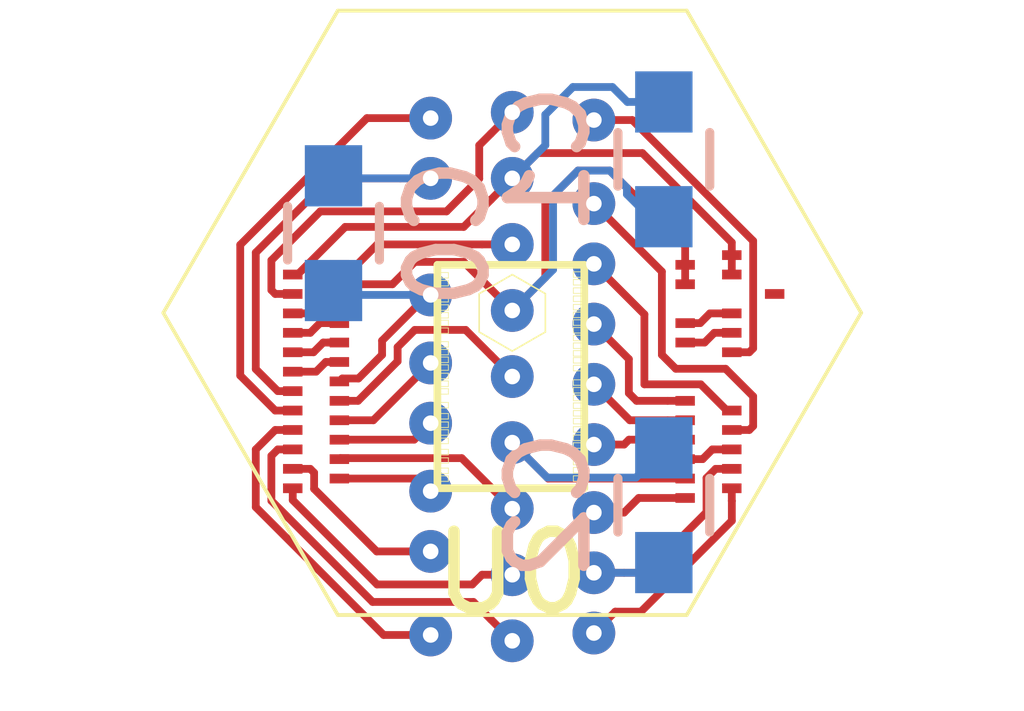
<source format=kicad_pcb>
(kicad_pcb (version 20170123) (host pcbnew "(2017-07-14 revision d3b382c28)-master")

  (general
    (thickness 1.92024)
    (drawings 0)
    (tracks 205)
    (zones 0)
    (modules 4)
    (nets 32)
  )

  (page USLetter)
  (title_block
    (title "Topmetal-S sensor")
    (date 2017-04-12)
    (rev 0)
    (company LBNL)
  )

  (layers
    (0 F.Cu signal)
    (1 In1.Cu signal)
    (2 In2.Cu signal)
    (3 In3.Cu signal)
    (4 In4.Cu signal)
    (5 In5.Cu signal)
    (6 In6.Cu signal)
    (7 In7.Cu signal)
    (8 In8.Cu signal)
    (9 In9.Cu signal)
    (10 In10.Cu signal)
    (11 In11.Cu signal)
    (12 In12.Cu signal)
    (13 In13.Cu signal)
    (14 In14.Cu signal)
    (31 B.Cu signal)
    (32 B.Adhes user)
    (33 F.Adhes user)
    (34 B.Paste user)
    (35 F.Paste user)
    (36 B.SilkS user)
    (37 F.SilkS user)
    (38 B.Mask user)
    (39 F.Mask user)
    (40 Dwgs.User user)
    (41 Cmts.User user)
    (42 Eco1.User user)
    (43 Eco2.User user)
    (44 Edge.Cuts user)
    (45 Margin user)
    (46 B.CrtYd user)
    (47 F.CrtYd user)
    (48 B.Fab user)
    (49 F.Fab user)
  )

  (setup
    (last_trace_width 0.1016)
    (user_trace_width 0.1016)
    (user_trace_width 0.1524)
    (user_trace_width 0.2032)
    (trace_clearance 0.1016)
    (zone_clearance 0.1016)
    (zone_45_only no)
    (trace_min 0.1016)
    (segment_width 0.2)
    (edge_width 0.15)
    (via_size 0.5588)
    (via_drill 0.2032)
    (via_min_size 0.5588)
    (via_min_drill 0.2032)
    (user_via 0.5588 0.2032)
    (user_via 0.7112 0.3556)
    (user_via 0.8636 0.508)
    (uvia_size 0.3048)
    (uvia_drill 0.1016)
    (uvias_allowed no)
    (uvia_min_size 0)
    (uvia_min_drill 0)
    (pcb_text_width 0.3)
    (pcb_text_size 1.5 1.5)
    (mod_edge_width 0.15)
    (mod_text_size 1 1)
    (mod_text_width 0.15)
    (pad_size 1.2 0.9)
    (pad_drill 0)
    (pad_to_mask_clearance 0.2)
    (aux_axis_origin 0 0)
    (visible_elements FFFFFF7F)
    (pcbplotparams
      (layerselection 0x00030_80000001)
      (usegerberextensions false)
      (excludeedgelayer true)
      (linewidth 0.100000)
      (plotframeref false)
      (viasonmask false)
      (mode 1)
      (useauxorigin false)
      (hpglpennumber 1)
      (hpglpenspeed 20)
      (hpglpendiameter 15)
      (psnegative false)
      (psa4output false)
      (plotreference true)
      (plotvalue true)
      (plotinvisibletext false)
      (padsonsilk false)
      (subtractmaskfromsilk false)
      (outputformat 1)
      (mirror false)
      (drillshape 1)
      (scaleselection 1)
      (outputdirectory ""))
  )

  (net 0 "")
  (net 1 /Gring)
  (net 2 /AVDD)
  (net 3 /AGND)
  (net 4 /GND_NMOSI)
  (net 5 /CSA_VREF_{})
  (net 6 /CSA_VDIS_{})
  (net 7 /VCASN_{})
  (net 8 /VCASP_{})
  (net 9 /DVDD)
  (net 10 /DGND)
  (net 11 /LVDS_VREF)
  (net 12 /RESET)
  (net 13 /SDM_OUT2_{}_P)
  (net 14 /SDM_OUT2_{}_N)
  (net 15 /SDM_OUT1_{}_N)
  (net 16 /SDM_OUT1_{}_P)
  (net 17 /CLK_N)
  (net 18 /CLK_P)
  (net 19 /SCK_{})
  (net 20 /SDO_{})
  (net 21 /CSA_VBIASP_{})
  (net 22 /CSA_VBIASN_{})
  (net 23 /DAC_BufferX2_VREF)
  (net 24 /SDM_testIN)
  (net 25 /Ref2)
  (net 26 /Ref1)
  (net 27 /Ref3)
  (net 28 /GND_VREF)
  (net 29 /SDM_BIAS_{})
  (net 30 /SDM_VDD_Shield)
  (net 31 /AOUT1_CSA_{})

  (net_class Default "This is the default net class."
    (clearance 0.1016)
    (trace_width 0.1016)
    (via_dia 0.5588)
    (via_drill 0.2032)
    (uvia_dia 0.3048)
    (uvia_drill 0.1016)
    (diff_pair_gap 0.1778)
    (diff_pair_width 0.1016)
    (add_net /AGND)
    (add_net /AOUT1_CSA_{})
    (add_net /AVDD)
    (add_net /CLK_N)
    (add_net /CLK_P)
    (add_net /CSA_VBIASN_{})
    (add_net /CSA_VBIASP_{})
    (add_net /CSA_VDIS_{})
    (add_net /CSA_VREF_{})
    (add_net /DAC_BufferX2_VREF)
    (add_net /DGND)
    (add_net /DVDD)
    (add_net /GND_NMOSI)
    (add_net /GND_VREF)
    (add_net /Gring)
    (add_net /LVDS_VREF)
    (add_net /RESET)
    (add_net /Ref1)
    (add_net /Ref2)
    (add_net /Ref3)
    (add_net /SCK_{})
    (add_net /SDM_BIAS_{})
    (add_net /SDM_OUT1_{}_N)
    (add_net /SDM_OUT1_{}_P)
    (add_net /SDM_OUT2_{}_N)
    (add_net /SDM_OUT2_{}_P)
    (add_net /SDM_VDD_Shield)
    (add_net /SDM_testIN)
    (add_net /SDO_{})
    (add_net /VCASN_{})
    (add_net /VCASP_{})
  )

  (module Topmetal:TMS1mmAout1or2 (layer F.Cu) (tedit 596969C2) (tstamp 596973C0)
    (at 139.7 107.95)
    (path /58EEFFC1)
    (fp_text reference U0 (at 0 3.4) (layer F.SilkS)
      (effects (font (size 1 1) (thickness 0.15)))
    )
    (fp_text value TMS1mmAout1or2 (at 0 0) (layer F.Fab)
      (effects (font (size 1 1) (thickness 0.15)))
    )
    (fp_line (start 2.28053 -3.95) (end 4.56107 0) (layer F.SilkS) (width 0.05))
    (fp_line (start -2.28053 -3.95) (end 2.28053 -3.95) (layer F.SilkS) (width 0.05))
    (fp_line (start -4.56107 0) (end -2.28053 -3.95) (layer F.SilkS) (width 0.05))
    (fp_line (start -2.28053 3.95) (end -4.56107 0) (layer F.SilkS) (width 0.05))
    (fp_line (start 2.28053 3.95) (end -2.28053 3.95) (layer F.SilkS) (width 0.05))
    (fp_line (start 4.56107 0) (end 2.28053 3.95) (layer F.SilkS) (width 0.05))
    (fp_line (start -0.978525 2.29282) (end -0.978525 -0.627175) (layer F.SilkS) (width 0.1))
    (fp_line (start 0.941475 2.29282) (end -0.978525 2.29282) (layer F.SilkS) (width 0.1))
    (fp_line (start 0.941475 -0.627175) (end 0.941475 2.29282) (layer F.SilkS) (width 0.1))
    (fp_line (start -0.978525 -0.627175) (end 0.941475 -0.627175) (layer F.SilkS) (width 0.1))
    (fp_line (start 0.433013 -0.25) (end 0.433013 0.25) (layer F.SilkS) (width 0.02))
    (fp_line (start 0 -0.5) (end 0.433013 -0.25) (layer F.SilkS) (width 0.02))
    (fp_line (start -0.433013 -0.25) (end 0 -0.5) (layer F.SilkS) (width 0.02))
    (fp_line (start -0.433013 0.25) (end -0.433013 -0.25) (layer F.SilkS) (width 0.02))
    (fp_line (start 0 0.5) (end -0.433013 0.25) (layer F.SilkS) (width 0.02))
    (fp_line (start 0.433013 0.25) (end 0 0.5) (layer F.SilkS) (width 0.02))
    (fp_line (start 0.798475 -0.464575) (end 0.798475 -0.536575) (layer F.SilkS) (width 0.01))
    (fp_line (start 0.914475 -0.464575) (end 0.798475 -0.464575) (layer F.SilkS) (width 0.01))
    (fp_line (start 0.914475 -0.536575) (end 0.914475 -0.464575) (layer F.SilkS) (width 0.01))
    (fp_line (start 0.798475 -0.536575) (end 0.914475 -0.536575) (layer F.SilkS) (width 0.01))
    (fp_line (start 0.798475 -0.363775) (end 0.798475 -0.435775) (layer F.SilkS) (width 0.01))
    (fp_line (start 0.914475 -0.363775) (end 0.798475 -0.363775) (layer F.SilkS) (width 0.01))
    (fp_line (start 0.914475 -0.435775) (end 0.914475 -0.363775) (layer F.SilkS) (width 0.01))
    (fp_line (start 0.798475 -0.435775) (end 0.914475 -0.435775) (layer F.SilkS) (width 0.01))
    (fp_line (start 0.798475 -0.254475) (end 0.798475 -0.326475) (layer F.SilkS) (width 0.01))
    (fp_line (start 0.914475 -0.254475) (end 0.798475 -0.254475) (layer F.SilkS) (width 0.01))
    (fp_line (start 0.914475 -0.326475) (end 0.914475 -0.254475) (layer F.SilkS) (width 0.01))
    (fp_line (start 0.798475 -0.326475) (end 0.914475 -0.326475) (layer F.SilkS) (width 0.01))
    (fp_line (start 0.798475 -0.147875) (end 0.798475 -0.219875) (layer F.SilkS) (width 0.01))
    (fp_line (start 0.914475 -0.147875) (end 0.798475 -0.147875) (layer F.SilkS) (width 0.01))
    (fp_line (start 0.914475 -0.219875) (end 0.914475 -0.147875) (layer F.SilkS) (width 0.01))
    (fp_line (start 0.798475 -0.219875) (end 0.914475 -0.219875) (layer F.SilkS) (width 0.01))
    (fp_line (start 0.798475 -0.038575) (end 0.798475 -0.110575) (layer F.SilkS) (width 0.01))
    (fp_line (start 0.914475 -0.038575) (end 0.798475 -0.038575) (layer F.SilkS) (width 0.01))
    (fp_line (start 0.914475 -0.110575) (end 0.914475 -0.038575) (layer F.SilkS) (width 0.01))
    (fp_line (start 0.798475 -0.110575) (end 0.914475 -0.110575) (layer F.SilkS) (width 0.01))
    (fp_line (start 0.798475 0.062225) (end 0.798475 -0.009775) (layer F.SilkS) (width 0.01))
    (fp_line (start 0.914475 0.062225) (end 0.798475 0.062225) (layer F.SilkS) (width 0.01))
    (fp_line (start 0.914475 -0.009775) (end 0.914475 0.062225) (layer F.SilkS) (width 0.01))
    (fp_line (start 0.798475 -0.009775) (end 0.914475 -0.009775) (layer F.SilkS) (width 0.01))
    (fp_line (start 0.798475 0.163025) (end 0.798475 0.091025) (layer F.SilkS) (width 0.01))
    (fp_line (start 0.914475 0.163025) (end 0.798475 0.163025) (layer F.SilkS) (width 0.01))
    (fp_line (start 0.914475 0.091025) (end 0.914475 0.163025) (layer F.SilkS) (width 0.01))
    (fp_line (start 0.798475 0.091025) (end 0.914475 0.091025) (layer F.SilkS) (width 0.01))
    (fp_line (start 0.798475 0.263825) (end 0.798475 0.191825) (layer F.SilkS) (width 0.01))
    (fp_line (start 0.914475 0.263825) (end 0.798475 0.263825) (layer F.SilkS) (width 0.01))
    (fp_line (start 0.914475 0.191825) (end 0.914475 0.263825) (layer F.SilkS) (width 0.01))
    (fp_line (start 0.798475 0.191825) (end 0.914475 0.191825) (layer F.SilkS) (width 0.01))
    (fp_line (start 0.798475 0.364625) (end 0.798475 0.292625) (layer F.SilkS) (width 0.01))
    (fp_line (start 0.914475 0.364625) (end 0.798475 0.364625) (layer F.SilkS) (width 0.01))
    (fp_line (start 0.914475 0.292625) (end 0.914475 0.364625) (layer F.SilkS) (width 0.01))
    (fp_line (start 0.798475 0.292625) (end 0.914475 0.292625) (layer F.SilkS) (width 0.01))
    (fp_line (start 0.798475 0.465425) (end 0.798475 0.393425) (layer F.SilkS) (width 0.01))
    (fp_line (start 0.914475 0.465425) (end 0.798475 0.465425) (layer F.SilkS) (width 0.01))
    (fp_line (start 0.914475 0.393425) (end 0.914475 0.465425) (layer F.SilkS) (width 0.01))
    (fp_line (start 0.798475 0.393425) (end 0.914475 0.393425) (layer F.SilkS) (width 0.01))
    (fp_line (start 0.798475 0.566225) (end 0.798475 0.494225) (layer F.SilkS) (width 0.01))
    (fp_line (start 0.914475 0.566225) (end 0.798475 0.566225) (layer F.SilkS) (width 0.01))
    (fp_line (start 0.914475 0.494225) (end 0.914475 0.566225) (layer F.SilkS) (width 0.01))
    (fp_line (start 0.798475 0.494225) (end 0.914475 0.494225) (layer F.SilkS) (width 0.01))
    (fp_line (start 0.798475 0.657025) (end 0.798475 0.585025) (layer F.SilkS) (width 0.01))
    (fp_line (start 0.914475 0.657025) (end 0.798475 0.657025) (layer F.SilkS) (width 0.01))
    (fp_line (start 0.914475 0.585025) (end 0.914475 0.657025) (layer F.SilkS) (width 0.01))
    (fp_line (start 0.798475 0.585025) (end 0.914475 0.585025) (layer F.SilkS) (width 0.01))
    (fp_line (start 0.798475 0.757825) (end 0.798475 0.685825) (layer F.SilkS) (width 0.01))
    (fp_line (start 0.914475 0.757825) (end 0.798475 0.757825) (layer F.SilkS) (width 0.01))
    (fp_line (start 0.914475 0.685825) (end 0.914475 0.757825) (layer F.SilkS) (width 0.01))
    (fp_line (start 0.798475 0.685825) (end 0.914475 0.685825) (layer F.SilkS) (width 0.01))
    (fp_line (start 0.798475 0.947025) (end 0.798475 0.875025) (layer F.SilkS) (width 0.01))
    (fp_line (start 0.914475 0.947025) (end 0.798475 0.947025) (layer F.SilkS) (width 0.01))
    (fp_line (start 0.914475 0.875025) (end 0.914475 0.947025) (layer F.SilkS) (width 0.01))
    (fp_line (start 0.798475 0.875025) (end 0.914475 0.875025) (layer F.SilkS) (width 0.01))
    (fp_line (start 0.798475 1.04783) (end 0.798475 0.975825) (layer F.SilkS) (width 0.01))
    (fp_line (start 0.914475 1.04783) (end 0.798475 1.04783) (layer F.SilkS) (width 0.01))
    (fp_line (start 0.914475 0.975825) (end 0.914475 1.04783) (layer F.SilkS) (width 0.01))
    (fp_line (start 0.798475 0.975825) (end 0.914475 0.975825) (layer F.SilkS) (width 0.01))
    (fp_line (start 0.798475 1.14863) (end 0.798475 1.07662) (layer F.SilkS) (width 0.01))
    (fp_line (start 0.914475 1.14863) (end 0.798475 1.14863) (layer F.SilkS) (width 0.01))
    (fp_line (start 0.914475 1.07662) (end 0.914475 1.14863) (layer F.SilkS) (width 0.01))
    (fp_line (start 0.798475 1.07662) (end 0.914475 1.07662) (layer F.SilkS) (width 0.01))
    (fp_line (start 0.798475 1.24943) (end 0.798475 1.17742) (layer F.SilkS) (width 0.01))
    (fp_line (start 0.914475 1.24943) (end 0.798475 1.24943) (layer F.SilkS) (width 0.01))
    (fp_line (start 0.914475 1.17742) (end 0.914475 1.24943) (layer F.SilkS) (width 0.01))
    (fp_line (start 0.798475 1.17742) (end 0.914475 1.17742) (layer F.SilkS) (width 0.01))
    (fp_line (start 0.798475 1.35023) (end 0.798475 1.27822) (layer F.SilkS) (width 0.01))
    (fp_line (start 0.914475 1.35023) (end 0.798475 1.35023) (layer F.SilkS) (width 0.01))
    (fp_line (start 0.914475 1.27822) (end 0.914475 1.35023) (layer F.SilkS) (width 0.01))
    (fp_line (start 0.798475 1.27822) (end 0.914475 1.27822) (layer F.SilkS) (width 0.01))
    (fp_line (start 0.798475 1.45103) (end 0.798475 1.37903) (layer F.SilkS) (width 0.01))
    (fp_line (start 0.914475 1.45103) (end 0.798475 1.45103) (layer F.SilkS) (width 0.01))
    (fp_line (start 0.914475 1.37903) (end 0.914475 1.45103) (layer F.SilkS) (width 0.01))
    (fp_line (start 0.798475 1.37903) (end 0.914475 1.37903) (layer F.SilkS) (width 0.01))
    (fp_line (start 0.798475 1.56032) (end 0.798475 1.48832) (layer F.SilkS) (width 0.01))
    (fp_line (start 0.914475 1.56032) (end 0.798475 1.56032) (layer F.SilkS) (width 0.01))
    (fp_line (start 0.914475 1.48832) (end 0.914475 1.56032) (layer F.SilkS) (width 0.01))
    (fp_line (start 0.798475 1.48832) (end 0.914475 1.48832) (layer F.SilkS) (width 0.01))
    (fp_line (start 0.798475 1.66963) (end 0.798475 1.59763) (layer F.SilkS) (width 0.01))
    (fp_line (start 0.914475 1.66963) (end 0.798475 1.66963) (layer F.SilkS) (width 0.01))
    (fp_line (start 0.914475 1.59763) (end 0.914475 1.66963) (layer F.SilkS) (width 0.01))
    (fp_line (start 0.798475 1.59763) (end 0.914475 1.59763) (layer F.SilkS) (width 0.01))
    (fp_line (start 0.798475 1.77042) (end 0.798475 1.69842) (layer F.SilkS) (width 0.01))
    (fp_line (start 0.914475 1.77042) (end 0.798475 1.77042) (layer F.SilkS) (width 0.01))
    (fp_line (start 0.914475 1.69842) (end 0.914475 1.77042) (layer F.SilkS) (width 0.01))
    (fp_line (start 0.798475 1.69842) (end 0.914475 1.69842) (layer F.SilkS) (width 0.01))
    (fp_line (start 0.798475 1.87972) (end 0.798475 1.80772) (layer F.SilkS) (width 0.01))
    (fp_line (start 0.914475 1.87972) (end 0.798475 1.87972) (layer F.SilkS) (width 0.01))
    (fp_line (start 0.914475 1.80772) (end 0.914475 1.87972) (layer F.SilkS) (width 0.01))
    (fp_line (start 0.798475 1.80772) (end 0.914475 1.80772) (layer F.SilkS) (width 0.01))
    (fp_line (start 0.798475 1.98633) (end 0.798475 1.91433) (layer F.SilkS) (width 0.01))
    (fp_line (start 0.914475 1.98633) (end 0.798475 1.98633) (layer F.SilkS) (width 0.01))
    (fp_line (start 0.914475 1.91433) (end 0.914475 1.98633) (layer F.SilkS) (width 0.01))
    (fp_line (start 0.798475 1.91433) (end 0.914475 1.91433) (layer F.SilkS) (width 0.01))
    (fp_line (start 0.798475 2.09292) (end 0.798475 2.02092) (layer F.SilkS) (width 0.01))
    (fp_line (start 0.914475 2.09292) (end 0.798475 2.09292) (layer F.SilkS) (width 0.01))
    (fp_line (start 0.914475 2.02092) (end 0.914475 2.09292) (layer F.SilkS) (width 0.01))
    (fp_line (start 0.798475 2.02092) (end 0.914475 2.02092) (layer F.SilkS) (width 0.01))
    (fp_line (start 0.798475 2.20222) (end 0.798475 2.13022) (layer F.SilkS) (width 0.01))
    (fp_line (start 0.914475 2.20222) (end 0.798475 2.20222) (layer F.SilkS) (width 0.01))
    (fp_line (start 0.914475 2.13022) (end 0.914475 2.20222) (layer F.SilkS) (width 0.01))
    (fp_line (start 0.798475 2.13022) (end 0.914475 2.13022) (layer F.SilkS) (width 0.01))
    (fp_line (start -0.951525 2.20222) (end -0.951525 2.13022) (layer F.SilkS) (width 0.01))
    (fp_line (start -0.835525 2.20222) (end -0.951525 2.20222) (layer F.SilkS) (width 0.01))
    (fp_line (start -0.835525 2.13022) (end -0.835525 2.20222) (layer F.SilkS) (width 0.01))
    (fp_line (start -0.951525 2.13022) (end -0.835525 2.13022) (layer F.SilkS) (width 0.01))
    (fp_line (start -0.951525 2.10143) (end -0.951525 2.02943) (layer F.SilkS) (width 0.01))
    (fp_line (start -0.835525 2.10143) (end -0.951525 2.10143) (layer F.SilkS) (width 0.01))
    (fp_line (start -0.835525 2.02943) (end -0.835525 2.10143) (layer F.SilkS) (width 0.01))
    (fp_line (start -0.951525 2.02943) (end -0.835525 2.02943) (layer F.SilkS) (width 0.01))
    (fp_line (start -0.951525 1.96702) (end -0.951525 1.89502) (layer F.SilkS) (width 0.01))
    (fp_line (start -0.835525 1.96702) (end -0.951525 1.96702) (layer F.SilkS) (width 0.01))
    (fp_line (start -0.835525 1.89502) (end -0.835525 1.96702) (layer F.SilkS) (width 0.01))
    (fp_line (start -0.951525 1.89502) (end -0.835525 1.89502) (layer F.SilkS) (width 0.01))
    (fp_line (start -0.951525 1.85623) (end -0.951525 1.78422) (layer F.SilkS) (width 0.01))
    (fp_line (start -0.835525 1.85623) (end -0.951525 1.85623) (layer F.SilkS) (width 0.01))
    (fp_line (start -0.835525 1.78422) (end -0.835525 1.85623) (layer F.SilkS) (width 0.01))
    (fp_line (start -0.951525 1.78422) (end -0.835525 1.78422) (layer F.SilkS) (width 0.01))
    (fp_line (start -0.951525 1.71063) (end -0.951525 1.63862) (layer F.SilkS) (width 0.01))
    (fp_line (start -0.835525 1.71063) (end -0.951525 1.71063) (layer F.SilkS) (width 0.01))
    (fp_line (start -0.835525 1.63862) (end -0.835525 1.71063) (layer F.SilkS) (width 0.01))
    (fp_line (start -0.951525 1.63862) (end -0.835525 1.63862) (layer F.SilkS) (width 0.01))
    (fp_line (start -0.951525 1.59982) (end -0.951525 1.52782) (layer F.SilkS) (width 0.01))
    (fp_line (start -0.835525 1.59982) (end -0.951525 1.59982) (layer F.SilkS) (width 0.01))
    (fp_line (start -0.835525 1.52782) (end -0.835525 1.59982) (layer F.SilkS) (width 0.01))
    (fp_line (start -0.951525 1.52782) (end -0.835525 1.52782) (layer F.SilkS) (width 0.01))
    (fp_line (start -0.951525 1.49902) (end -0.951525 1.42702) (layer F.SilkS) (width 0.01))
    (fp_line (start -0.835525 1.49902) (end -0.951525 1.49902) (layer F.SilkS) (width 0.01))
    (fp_line (start -0.835525 1.42702) (end -0.835525 1.49902) (layer F.SilkS) (width 0.01))
    (fp_line (start -0.951525 1.42702) (end -0.835525 1.42702) (layer F.SilkS) (width 0.01))
    (fp_line (start -0.951525 1.38823) (end -0.951525 1.31622) (layer F.SilkS) (width 0.01))
    (fp_line (start -0.835525 1.38823) (end -0.951525 1.38823) (layer F.SilkS) (width 0.01))
    (fp_line (start -0.835525 1.31622) (end -0.835525 1.38823) (layer F.SilkS) (width 0.01))
    (fp_line (start -0.951525 1.31622) (end -0.835525 1.31622) (layer F.SilkS) (width 0.01))
    (fp_line (start -0.951525 1.24262) (end -0.951525 1.17062) (layer F.SilkS) (width 0.01))
    (fp_line (start -0.835525 1.24262) (end -0.951525 1.24262) (layer F.SilkS) (width 0.01))
    (fp_line (start -0.835525 1.17062) (end -0.835525 1.24262) (layer F.SilkS) (width 0.01))
    (fp_line (start -0.951525 1.17062) (end -0.835525 1.17062) (layer F.SilkS) (width 0.01))
    (fp_line (start -0.951525 1.06342) (end -0.951525 0.991425) (layer F.SilkS) (width 0.01))
    (fp_line (start -0.835525 1.06342) (end -0.951525 1.06342) (layer F.SilkS) (width 0.01))
    (fp_line (start -0.835525 0.991425) (end -0.835525 1.06342) (layer F.SilkS) (width 0.01))
    (fp_line (start -0.951525 0.991425) (end -0.835525 0.991425) (layer F.SilkS) (width 0.01))
    (fp_line (start -0.951525 0.962625) (end -0.951525 0.890625) (layer F.SilkS) (width 0.01))
    (fp_line (start -0.835525 0.962625) (end -0.951525 0.962625) (layer F.SilkS) (width 0.01))
    (fp_line (start -0.835525 0.890625) (end -0.835525 0.962625) (layer F.SilkS) (width 0.01))
    (fp_line (start -0.951525 0.890625) (end -0.835525 0.890625) (layer F.SilkS) (width 0.01))
    (fp_line (start -0.951525 0.861825) (end -0.951525 0.789825) (layer F.SilkS) (width 0.01))
    (fp_line (start -0.835525 0.861825) (end -0.951525 0.861825) (layer F.SilkS) (width 0.01))
    (fp_line (start -0.835525 0.789825) (end -0.835525 0.861825) (layer F.SilkS) (width 0.01))
    (fp_line (start -0.951525 0.789825) (end -0.835525 0.789825) (layer F.SilkS) (width 0.01))
    (fp_line (start -0.951525 0.750875) (end -0.951525 0.678875) (layer F.SilkS) (width 0.01))
    (fp_line (start -0.835525 0.750875) (end -0.951525 0.750875) (layer F.SilkS) (width 0.01))
    (fp_line (start -0.835525 0.678875) (end -0.835525 0.750875) (layer F.SilkS) (width 0.01))
    (fp_line (start -0.951525 0.678875) (end -0.835525 0.678875) (layer F.SilkS) (width 0.01))
    (fp_line (start -0.951525 0.650075) (end -0.951525 0.578075) (layer F.SilkS) (width 0.01))
    (fp_line (start -0.835525 0.650075) (end -0.951525 0.650075) (layer F.SilkS) (width 0.01))
    (fp_line (start -0.835525 0.578075) (end -0.835525 0.650075) (layer F.SilkS) (width 0.01))
    (fp_line (start -0.951525 0.578075) (end -0.835525 0.578075) (layer F.SilkS) (width 0.01))
    (fp_line (start -0.951525 0.549275) (end -0.951525 0.477275) (layer F.SilkS) (width 0.01))
    (fp_line (start -0.835525 0.549275) (end -0.951525 0.549275) (layer F.SilkS) (width 0.01))
    (fp_line (start -0.835525 0.477275) (end -0.835525 0.549275) (layer F.SilkS) (width 0.01))
    (fp_line (start -0.951525 0.477275) (end -0.835525 0.477275) (layer F.SilkS) (width 0.01))
    (fp_line (start -0.951525 0.448475) (end -0.951525 0.376475) (layer F.SilkS) (width 0.01))
    (fp_line (start -0.835525 0.448475) (end -0.951525 0.448475) (layer F.SilkS) (width 0.01))
    (fp_line (start -0.835525 0.376475) (end -0.835525 0.448475) (layer F.SilkS) (width 0.01))
    (fp_line (start -0.951525 0.376475) (end -0.835525 0.376475) (layer F.SilkS) (width 0.01))
    (fp_line (start -0.951525 0.269275) (end -0.951525 0.197275) (layer F.SilkS) (width 0.01))
    (fp_line (start -0.835525 0.269275) (end -0.951525 0.269275) (layer F.SilkS) (width 0.01))
    (fp_line (start -0.835525 0.197275) (end -0.835525 0.269275) (layer F.SilkS) (width 0.01))
    (fp_line (start -0.951525 0.197275) (end -0.835525 0.197275) (layer F.SilkS) (width 0.01))
    (fp_line (start -0.951525 0.168475) (end -0.951525 0.096475) (layer F.SilkS) (width 0.01))
    (fp_line (start -0.835525 0.168475) (end -0.951525 0.168475) (layer F.SilkS) (width 0.01))
    (fp_line (start -0.835525 0.096475) (end -0.835525 0.168475) (layer F.SilkS) (width 0.01))
    (fp_line (start -0.951525 0.096475) (end -0.835525 0.096475) (layer F.SilkS) (width 0.01))
    (fp_line (start -0.951525 0.067675) (end -0.951525 -0.004325) (layer F.SilkS) (width 0.01))
    (fp_line (start -0.835525 0.067675) (end -0.951525 0.067675) (layer F.SilkS) (width 0.01))
    (fp_line (start -0.835525 -0.004325) (end -0.835525 0.067675) (layer F.SilkS) (width 0.01))
    (fp_line (start -0.951525 -0.004325) (end -0.835525 -0.004325) (layer F.SilkS) (width 0.01))
    (fp_line (start -0.951525 -0.033125) (end -0.951525 -0.105125) (layer F.SilkS) (width 0.01))
    (fp_line (start -0.835525 -0.033125) (end -0.951525 -0.033125) (layer F.SilkS) (width 0.01))
    (fp_line (start -0.835525 -0.105125) (end -0.835525 -0.033125) (layer F.SilkS) (width 0.01))
    (fp_line (start -0.951525 -0.105125) (end -0.835525 -0.105125) (layer F.SilkS) (width 0.01))
    (fp_line (start -0.951525 -0.142425) (end -0.951525 -0.214425) (layer F.SilkS) (width 0.01))
    (fp_line (start -0.835525 -0.142425) (end -0.951525 -0.142425) (layer F.SilkS) (width 0.01))
    (fp_line (start -0.835525 -0.214425) (end -0.835525 -0.142425) (layer F.SilkS) (width 0.01))
    (fp_line (start -0.951525 -0.214425) (end -0.835525 -0.214425) (layer F.SilkS) (width 0.01))
    (fp_line (start -0.951525 -0.251725) (end -0.951525 -0.323725) (layer F.SilkS) (width 0.01))
    (fp_line (start -0.835525 -0.251725) (end -0.951525 -0.251725) (layer F.SilkS) (width 0.01))
    (fp_line (start -0.835525 -0.323725) (end -0.835525 -0.251725) (layer F.SilkS) (width 0.01))
    (fp_line (start -0.951525 -0.323725) (end -0.835525 -0.323725) (layer F.SilkS) (width 0.01))
    (fp_line (start -0.951525 -0.352525) (end -0.951525 -0.424525) (layer F.SilkS) (width 0.01))
    (fp_line (start -0.835525 -0.352525) (end -0.951525 -0.352525) (layer F.SilkS) (width 0.01))
    (fp_line (start -0.835525 -0.424525) (end -0.835525 -0.352525) (layer F.SilkS) (width 0.01))
    (fp_line (start -0.951525 -0.424525) (end -0.835525 -0.424525) (layer F.SilkS) (width 0.01))
    (fp_line (start -0.951525 -0.454575) (end -0.951525 -0.526575) (layer F.SilkS) (width 0.01))
    (fp_line (start -0.835525 -0.454575) (end -0.951525 -0.454575) (layer F.SilkS) (width 0.01))
    (fp_line (start -0.835525 -0.526575) (end -0.835525 -0.454575) (layer F.SilkS) (width 0.01))
    (fp_line (start -0.951525 -0.526575) (end -0.835525 -0.526575) (layer F.SilkS) (width 0.01))
    (pad 26 thru_hole circle (at 1.0668 4.18562) (size 0.5588 0.5588) (drill 0.2032) (layers *.Cu)
      (net 30 /SDM_VDD_Shield))
    (pad 28 thru_hole circle (at 1.0668 3.39823) (size 0.5588 0.5588) (drill 0.2032) (layers *.Cu)
      (net 3 /AGND))
    (pad 25 thru_hole circle (at 1.0668 2.61083) (size 0.5588 0.5588) (drill 0.2032) (layers *.Cu)
      (net 20 /SDO_{}))
    (pad 31 thru_hole circle (at 1.0668 1.72182) (size 0.5588 0.5588) (drill 0.2032) (layers *.Cu)
      (net 28 /GND_VREF))
    (pad 33 thru_hole circle (at 1.0668 0.934425) (size 0.5588 0.5588) (drill 0.2032) (layers *.Cu)
      (net 26 /Ref1))
    (pad 35 thru_hole circle (at 1.0668 0.147025) (size 0.5588 0.5588) (drill 0.2032) (layers *.Cu)
      (net 24 /SDM_testIN))
    (pad 34 thru_hole circle (at 1.0668 -0.640375) (size 0.5588 0.5588) (drill 0.2032) (layers *.Cu)
      (net 25 /Ref2))
    (pad 32 thru_hole circle (at 1.0668 -1.42777) (size 0.5588 0.5588) (drill 0.2032) (layers *.Cu)
      (net 27 /Ref3))
    (pad 40 thru_hole circle (at 1.0668 -2.51997) (size 0.5588 0.5588) (drill 0.2032) (layers *.Cu)
      (net 23 /DAC_BufferX2_VREF))
    (pad 20 thru_hole circle (at 0 4.28722) (size 0.5588 0.5588) (drill 0.2032) (layers *.Cu)
      (net 16 /SDM_OUT1_{}_P))
    (pad 24 thru_hole circle (at 0 3.42362) (size 0.5588 0.5588) (drill 0.2032) (layers *.Cu)
      (net 20 /SDO_{}))
    (pad 21 thru_hole circle (at 0 2.56002) (size 0.5588 0.5588) (drill 0.2032) (layers *.Cu)
      (net 17 /CLK_N))
    (pad 27 thru_hole circle (at 0 1.69642) (size 0.5588 0.5588) (drill 0.2032) (layers *.Cu)
      (net 2 /AVDD))
    (pad 15 thru_hole circle (at 0 0.832825) (size 0.5588 0.5588) (drill 0.2032) (layers *.Cu)
      (net 11 /LVDS_VREF))
    (pad 3 thru_hole circle (at 0 -0.030775) (size 0.5588 0.5588) (drill 0.2032) (layers *.Cu)
      (net 3 /AGND))
    (pad 1 thru_hole circle (at 0 -0.894375) (size 0.5588 0.5588) (drill 0.2032) (layers *.Cu)
      (net 1 /Gring))
    (pad 2 thru_hole circle (at 0 -1.75798) (size 0.5588 0.5588) (drill 0.2032) (layers *.Cu)
      (net 2 /AVDD))
    (pad 4 thru_hole circle (at 0 -2.62157) (size 0.5588 0.5588) (drill 0.2032) (layers *.Cu)
      (net 4 /GND_NMOSI))
    (pad 18 thru_hole circle (at -1.0668 4.21103) (size 0.5588 0.5588) (drill 0.2032) (layers *.Cu)
      (net 14 /SDM_OUT2_{}_N))
    (pad 22 thru_hole circle (at -1.0668 3.11883) (size 0.5588 0.5588) (drill 0.2032) (layers *.Cu)
      (net 18 /CLK_P))
    (pad 23 thru_hole circle (at -1.0668 2.33143) (size 0.5588 0.5588) (drill 0.2032) (layers *.Cu)
      (net 19 /SCK_{}))
    (pad 19 thru_hole circle (at -1.0668 1.44243) (size 0.5588 0.5588) (drill 0.2032) (layers *.Cu)
      (net 15 /SDM_OUT1_{}_N))
    (pad 17 thru_hole circle (at -1.0668 0.655025) (size 0.5588 0.5588) (drill 0.2032) (layers *.Cu)
      (net 13 /SDM_OUT2_{}_P))
    (pad 13 thru_hole circle (at -1.0668 -0.233975) (size 0.5588 0.5588) (drill 0.2032) (layers *.Cu)
      (net 9 /DVDD))
    (pad 14 thru_hole circle (at -1.0668 -1.75798) (size 0.5588 0.5588) (drill 0.2032) (layers *.Cu)
      (net 10 /DGND))
    (pad 16 thru_hole circle (at -1.0668 -2.54537) (size 0.5588 0.5588) (drill 0.2032) (layers *.Cu)
      (net 12 /RESET))
    (pad 25 smd rect (at 2.26 2.42033 90) (size 0.127 0.254) (layers F.Cu F.Mask)
      (net 20 /SDO_{}))
    (pad 26 smd rect (at 2.8696 2.29333 90) (size 0.127 0.254) (layers F.Cu F.Mask)
      (net 30 /SDM_VDD_Shield))
    (pad 27 smd rect (at 2.26 2.16633 90) (size 0.127 0.254) (layers F.Cu F.Mask)
      (net 2 /AVDD))
    (pad 28 smd rect (at 2.8696 2.03933 90) (size 0.127 0.254) (layers F.Cu F.Mask)
      (net 3 /AGND))
    (pad 29 smd rect (at 2.26 1.91233 90) (size 0.127 0.254) (layers F.Cu F.Mask)
      (net 29 /SDM_BIAS_{}))
    (pad 30 smd rect (at 2.8696 1.78533 90) (size 0.127 0.254) (layers F.Cu F.Mask)
      (net 29 /SDM_BIAS_{}))
    (pad 31 smd rect (at 2.26 1.65833 90) (size 0.127 0.254) (layers F.Cu F.Mask)
      (net 28 /GND_VREF))
    (pad 32 smd rect (at 2.8696 1.53133 90) (size 0.127 0.254) (layers F.Cu F.Mask)
      (net 27 /Ref3))
    (pad 33 smd rect (at 2.26 1.40433 90) (size 0.127 0.254) (layers F.Cu F.Mask)
      (net 26 /Ref1))
    (pad 34 smd rect (at 2.8696 1.27733 90) (size 0.127 0.254) (layers F.Cu F.Mask)
      (net 25 /Ref2))
    (pad 35 smd rect (at 2.26 1.15033 90) (size 0.127 0.254) (layers F.Cu F.Mask)
      (net 24 /SDM_testIN))
    (pad 40 smd rect (at 2.8696 0.515325 90) (size 0.127 0.254) (layers F.Cu F.Mask)
      (net 23 /DAC_BufferX2_VREF))
    (pad 41 smd rect (at 2.26 0.388325 90) (size 0.127 0.254) (layers F.Cu F.Mask)
      (net 22 /CSA_VBIASN_{}))
    (pad 42 smd rect (at 2.8696 0.261325 90) (size 0.127 0.254) (layers F.Cu F.Mask)
      (net 22 /CSA_VBIASN_{}))
    (pad 43 smd rect (at 2.26 0.134325 90) (size 0.127 0.254) (layers F.Cu F.Mask)
      (net 21 /CSA_VBIASP_{}))
    (pad 44 smd rect (at 2.8696 0.007325 90) (size 0.127 0.254) (layers F.Cu F.Mask)
      (net 21 /CSA_VBIASP_{}))
    (pad 46 smd rect (at 3.43 -0.246675 90) (size 0.127 0.254) (layers F.Cu F.Mask)
      (net 31 /AOUT1_CSA_{}))
    (pad 47 smd rect (at 2.26 -0.373675 90) (size 0.127 0.254) (layers F.Cu F.Mask)
      (net 3 /AGND))
    (pad 48 smd rect (at 2.8696 -0.500675 90) (size 0.127 0.254) (layers F.Cu F.Mask)
      (net 2 /AVDD))
    (pad 49 smd rect (at 2.26 -0.627675 90) (size 0.127 0.254) (layers F.Cu F.Mask)
      (net 3 /AGND))
    (pad 50 smd rect (at 2.8696 -0.754675 90) (size 0.127 0.254) (layers F.Cu F.Mask)
      (net 2 /AVDD))
    (pad 24 smd rect (at -2.8696 2.29333 90) (size 0.127 0.254) (layers F.Cu F.Mask)
      (net 20 /SDO_{}))
    (pad 23 smd rect (at -2.26 2.16633 90) (size 0.127 0.254) (layers F.Cu F.Mask)
      (net 19 /SCK_{}))
    (pad 22 smd rect (at -2.8696 2.03932 90) (size 0.127 0.254) (layers F.Cu F.Mask)
      (net 18 /CLK_P))
    (pad 21 smd rect (at -2.26 1.91233 90) (size 0.127 0.254) (layers F.Cu F.Mask)
      (net 17 /CLK_N))
    (pad 20 smd rect (at -2.8696 1.78533 90) (size 0.127 0.254) (layers F.Cu F.Mask)
      (net 16 /SDM_OUT1_{}_P))
    (pad 19 smd rect (at -2.26 1.65833 90) (size 0.127 0.254) (layers F.Cu F.Mask)
      (net 15 /SDM_OUT1_{}_N))
    (pad 18 smd rect (at -2.8696 1.53132 90) (size 0.127 0.254) (layers F.Cu F.Mask)
      (net 14 /SDM_OUT2_{}_N))
    (pad 17 smd rect (at -2.26 1.40433 90) (size 0.127 0.254) (layers F.Cu F.Mask)
      (net 13 /SDM_OUT2_{}_P))
    (pad 16 smd rect (at -2.8696 1.27733 90) (size 0.127 0.254) (layers F.Cu F.Mask)
      (net 12 /RESET))
    (pad 15 smd rect (at -2.26 1.15033 90) (size 0.127 0.254) (layers F.Cu F.Mask)
      (net 11 /LVDS_VREF))
    (pad 14 smd rect (at -2.8696 1.02333 90) (size 0.127 0.254) (layers F.Cu F.Mask)
      (net 10 /DGND))
    (pad 13 smd rect (at -2.26 0.896325 90) (size 0.127 0.254) (layers F.Cu F.Mask)
      (net 9 /DVDD))
    (pad 12 smd rect (at -2.8696 0.769325 90) (size 0.127 0.254) (layers F.Cu F.Mask)
      (net 8 /VCASP_{}))
    (pad 11 smd rect (at -2.26 0.642325 90) (size 0.127 0.254) (layers F.Cu F.Mask)
      (net 8 /VCASP_{}))
    (pad 10 smd rect (at -2.8696 0.515325 90) (size 0.127 0.254) (layers F.Cu F.Mask)
      (net 7 /VCASN_{}))
    (pad 9 smd rect (at -2.26 0.388325 90) (size 0.127 0.254) (layers F.Cu F.Mask)
      (net 7 /VCASN_{}))
    (pad 8 smd rect (at -2.8696 0.261325 90) (size 0.127 0.254) (layers F.Cu F.Mask)
      (net 6 /CSA_VDIS_{}))
    (pad 7 smd rect (at -2.26 0.134325 90) (size 0.127 0.254) (layers F.Cu F.Mask)
      (net 6 /CSA_VDIS_{}))
    (pad 6 smd rect (at -2.8696 0.007325 90) (size 0.127 0.254) (layers F.Cu F.Mask)
      (net 5 /CSA_VREF_{}))
    (pad 5 smd rect (at -2.26 -0.119675 90) (size 0.127 0.254) (layers F.Cu F.Mask)
      (net 5 /CSA_VREF_{}))
    (pad 4 smd rect (at -2.8696 -0.246675 90) (size 0.127 0.254) (layers F.Cu F.Mask)
      (net 4 /GND_NMOSI))
    (pad 3 smd rect (at -2.26 -0.373675 90) (size 0.127 0.254) (layers F.Cu F.Mask)
      (net 3 /AGND))
    (pad 2 smd rect (at -2.8696 -0.500675 90) (size 0.127 0.254) (layers F.Cu F.Mask)
      (net 2 /AVDD))
    (pad 1 smd rect (at -2.26 -0.627675 90) (size 0.127 0.254) (layers F.Cu F.Mask)
      (net 1 /Gring))
  )

  (module Capacitors_SMD:C_0603 (layer B.Cu) (tedit 58AA844E) (tstamp 5969739D)
    (at 137.3632 106.9086 90)
    (descr "Capacitor SMD 0603, reflow soldering, AVX (see smccp.pdf)")
    (tags "capacitor 0603")
    (path /592E2452)
    (attr smd)
    (fp_text reference C0 (at 0 1.5 90) (layer B.SilkS)
      (effects (font (size 1 1) (thickness 0.15)) (justify mirror))
    )
    (fp_text value 1u (at 0 -1.5 90) (layer B.Fab)
      (effects (font (size 1 1) (thickness 0.15)) (justify mirror))
    )
    (fp_line (start 1.4 -0.65) (end -1.4 -0.65) (layer B.CrtYd) (width 0.05))
    (fp_line (start 1.4 -0.65) (end 1.4 0.65) (layer B.CrtYd) (width 0.05))
    (fp_line (start -1.4 0.65) (end -1.4 -0.65) (layer B.CrtYd) (width 0.05))
    (fp_line (start -1.4 0.65) (end 1.4 0.65) (layer B.CrtYd) (width 0.05))
    (fp_line (start 0.35 -0.6) (end -0.35 -0.6) (layer B.SilkS) (width 0.12))
    (fp_line (start -0.35 0.6) (end 0.35 0.6) (layer B.SilkS) (width 0.12))
    (fp_line (start -0.8 0.4) (end 0.8 0.4) (layer B.Fab) (width 0.1))
    (fp_line (start 0.8 0.4) (end 0.8 -0.4) (layer B.Fab) (width 0.1))
    (fp_line (start 0.8 -0.4) (end -0.8 -0.4) (layer B.Fab) (width 0.1))
    (fp_line (start -0.8 -0.4) (end -0.8 0.4) (layer B.Fab) (width 0.1))
    (fp_text user %R (at 0 1.5 90) (layer B.Fab)
      (effects (font (size 1 1) (thickness 0.15)) (justify mirror))
    )
    (pad 2 smd rect (at 0.75 0 90) (size 0.8 0.75) (layers B.Cu B.Paste B.Mask)
      (net 10 /DGND))
    (pad 1 smd rect (at -0.75 0 90) (size 0.8 0.75) (layers B.Cu B.Paste B.Mask)
      (net 9 /DVDD))
    (model Capacitors_SMD.3dshapes/C_0603.wrl
      (at (xyz 0 0 0))
      (scale (xyz 1 1 1))
      (rotate (xyz 0 0 0))
    )
  )

  (module Capacitors_SMD:C_0603 (layer B.Cu) (tedit 58AA844E) (tstamp 596973AE)
    (at 141.6812 105.9434 270)
    (descr "Capacitor SMD 0603, reflow soldering, AVX (see smccp.pdf)")
    (tags "capacitor 0603")
    (path /592E24A6)
    (attr smd)
    (fp_text reference C1 (at 0 1.5 270) (layer B.SilkS)
      (effects (font (size 1 1) (thickness 0.15)) (justify mirror))
    )
    (fp_text value 1u (at 0 -1.5 270) (layer B.Fab)
      (effects (font (size 1 1) (thickness 0.15)) (justify mirror))
    )
    (fp_text user %R (at 0 1.5 270) (layer B.Fab)
      (effects (font (size 1 1) (thickness 0.15)) (justify mirror))
    )
    (fp_line (start -0.8 -0.4) (end -0.8 0.4) (layer B.Fab) (width 0.1))
    (fp_line (start 0.8 -0.4) (end -0.8 -0.4) (layer B.Fab) (width 0.1))
    (fp_line (start 0.8 0.4) (end 0.8 -0.4) (layer B.Fab) (width 0.1))
    (fp_line (start -0.8 0.4) (end 0.8 0.4) (layer B.Fab) (width 0.1))
    (fp_line (start -0.35 0.6) (end 0.35 0.6) (layer B.SilkS) (width 0.12))
    (fp_line (start 0.35 -0.6) (end -0.35 -0.6) (layer B.SilkS) (width 0.12))
    (fp_line (start -1.4 0.65) (end 1.4 0.65) (layer B.CrtYd) (width 0.05))
    (fp_line (start -1.4 0.65) (end -1.4 -0.65) (layer B.CrtYd) (width 0.05))
    (fp_line (start 1.4 -0.65) (end 1.4 0.65) (layer B.CrtYd) (width 0.05))
    (fp_line (start 1.4 -0.65) (end -1.4 -0.65) (layer B.CrtYd) (width 0.05))
    (pad 1 smd rect (at -0.75 0 270) (size 0.8 0.75) (layers B.Cu B.Paste B.Mask)
      (net 2 /AVDD))
    (pad 2 smd rect (at 0.75 0 270) (size 0.8 0.75) (layers B.Cu B.Paste B.Mask)
      (net 3 /AGND))
    (model Capacitors_SMD.3dshapes/C_0603.wrl
      (at (xyz 0 0 0))
      (scale (xyz 1 1 1))
      (rotate (xyz 0 0 0))
    )
  )

  (module Capacitors_SMD:C_0603 (layer B.Cu) (tedit 58AA844E) (tstamp 596973BF)
    (at 141.6812 110.4646 270)
    (descr "Capacitor SMD 0603, reflow soldering, AVX (see smccp.pdf)")
    (tags "capacitor 0603")
    (path /592E2531)
    (attr smd)
    (fp_text reference C2 (at 0 1.5 270) (layer B.SilkS)
      (effects (font (size 1 1) (thickness 0.15)) (justify mirror))
    )
    (fp_text value 1u (at 0 -1.5 270) (layer B.Fab)
      (effects (font (size 1 1) (thickness 0.15)) (justify mirror))
    )
    (fp_line (start 1.4 -0.65) (end -1.4 -0.65) (layer B.CrtYd) (width 0.05))
    (fp_line (start 1.4 -0.65) (end 1.4 0.65) (layer B.CrtYd) (width 0.05))
    (fp_line (start -1.4 0.65) (end -1.4 -0.65) (layer B.CrtYd) (width 0.05))
    (fp_line (start -1.4 0.65) (end 1.4 0.65) (layer B.CrtYd) (width 0.05))
    (fp_line (start 0.35 -0.6) (end -0.35 -0.6) (layer B.SilkS) (width 0.12))
    (fp_line (start -0.35 0.6) (end 0.35 0.6) (layer B.SilkS) (width 0.12))
    (fp_line (start -0.8 0.4) (end 0.8 0.4) (layer B.Fab) (width 0.1))
    (fp_line (start 0.8 0.4) (end 0.8 -0.4) (layer B.Fab) (width 0.1))
    (fp_line (start 0.8 -0.4) (end -0.8 -0.4) (layer B.Fab) (width 0.1))
    (fp_line (start -0.8 -0.4) (end -0.8 0.4) (layer B.Fab) (width 0.1))
    (fp_text user %R (at 0 1.5 270) (layer B.Fab)
      (effects (font (size 1 1) (thickness 0.15)) (justify mirror))
    )
    (pad 2 smd rect (at 0.75 0 270) (size 0.8 0.75) (layers B.Cu B.Paste B.Mask)
      (net 3 /AGND))
    (pad 1 smd rect (at -0.75 0 270) (size 0.8 0.75) (layers B.Cu B.Paste B.Mask)
      (net 2 /AVDD))
    (model Capacitors_SMD.3dshapes/C_0603.wrl
      (at (xyz 0 0 0))
      (scale (xyz 1 1 1))
      (rotate (xyz 0 0 0))
    )
  )

  (segment (start 139.7 107.055625) (end 137.927375 107.055625) (width 0.1016) (layer In3.Cu) (net 1))
  (segment (start 137.44 107.322325) (end 137.6686 107.322325) (width 0.1016) (layer F.Cu) (net 1) (status 10))
  (segment (start 137.6686 107.322325) (end 137.9353 107.055625) (width 0.1016) (layer F.Cu) (net 1))
  (segment (start 137.9353 107.055625) (end 139.304869 107.055625) (width 0.1016) (layer F.Cu) (net 1))
  (segment (start 139.304869 107.055625) (end 139.7 107.055625) (width 0.1016) (layer F.Cu) (net 1) (status 20))
  (segment (start 141.6812 109.7146) (end 141.6812 109.7396) (width 0.1016) (layer B.Cu) (net 2) (status 30))
  (segment (start 141.6812 109.7396) (end 141.317179 110.103621) (width 0.1016) (layer B.Cu) (net 2) (status 30))
  (segment (start 141.317179 110.103621) (end 140.157201 110.103621) (width 0.1016) (layer B.Cu) (net 2) (status 10))
  (segment (start 140.157201 110.103621) (end 139.979399 109.925819) (width 0.1016) (layer B.Cu) (net 2))
  (segment (start 139.979399 109.925819) (end 139.7 109.64642) (width 0.1016) (layer B.Cu) (net 2) (status 20))
  (segment (start 141.6812 105.1934) (end 141.2046 105.1934) (width 0.1016) (layer B.Cu) (net 2) (status 10))
  (segment (start 141.2046 105.1934) (end 141.009429 104.998229) (width 0.1016) (layer B.Cu) (net 2))
  (segment (start 141.009429 104.998229) (end 140.492771 104.998229) (width 0.1016) (layer B.Cu) (net 2))
  (segment (start 140.492771 104.998229) (end 140.131801 105.359199) (width 0.1016) (layer B.Cu) (net 2))
  (segment (start 140.131801 105.359199) (end 140.131801 105.760219) (width 0.1016) (layer B.Cu) (net 2))
  (segment (start 140.131801 105.760219) (end 139.979399 105.912621) (width 0.1016) (layer B.Cu) (net 2))
  (segment (start 139.979399 105.912621) (end 139.7 106.19202) (width 0.1016) (layer B.Cu) (net 2) (status 20))
  (segment (start 139.420601 106.471419) (end 139.7 106.19202) (width 0.1016) (layer F.Cu) (net 2) (status 20))
  (segment (start 136.8939 107.449325) (end 137.516193 106.827032) (width 0.1016) (layer F.Cu) (net 2) (status 10))
  (segment (start 139.064988 106.827032) (end 139.420601 106.471419) (width 0.1016) (layer F.Cu) (net 2))
  (segment (start 137.516193 106.827032) (end 139.064988 106.827032) (width 0.1016) (layer F.Cu) (net 2))
  (segment (start 136.8304 107.449325) (end 136.8939 107.449325) (width 0.1016) (layer F.Cu) (net 2) (status 30))
  (segment (start 142.5696 107.195325) (end 142.5696 107.030225) (width 0.1016) (layer F.Cu) (net 2) (status 10))
  (segment (start 142.5696 107.030225) (end 141.401206 105.861831) (width 0.1016) (layer F.Cu) (net 2))
  (segment (start 141.401206 105.861831) (end 140.030189 105.861831) (width 0.1016) (layer F.Cu) (net 2))
  (segment (start 140.030189 105.861831) (end 139.7 106.19202) (width 0.1016) (layer F.Cu) (net 2) (status 20))
  (segment (start 142.5696 107.449325) (end 142.5696 107.195325) (width 0.1016) (layer F.Cu) (net 2) (status 30))
  (segment (start 139.7 109.64642) (end 140.16991 110.11633) (width 0.1016) (layer F.Cu) (net 2) (status 10))
  (segment (start 140.16991 110.11633) (end 141.96 110.11633) (width 0.1016) (layer F.Cu) (net 2) (status 20))
  (segment (start 140.7668 111.34823) (end 141.54757 111.34823) (width 0.1016) (layer B.Cu) (net 3) (status 30))
  (segment (start 141.54757 111.34823) (end 141.6812 111.2146) (width 0.1016) (layer B.Cu) (net 3) (status 30))
  (segment (start 140.2334 106.416564) (end 140.2334 107.385825) (width 0.1016) (layer B.Cu) (net 3))
  (segment (start 140.2334 107.385825) (end 139.7 107.919225) (width 0.1016) (layer B.Cu) (net 3) (status 20))
  (segment (start 141.4914 106.6934) (end 141.198601 106.400601) (width 0.1016) (layer B.Cu) (net 3) (status 10))
  (segment (start 141.198601 106.400601) (end 141.198601 106.314965) (width 0.1016) (layer B.Cu) (net 3))
  (segment (start 140.974065 106.090429) (end 140.559535 106.090429) (width 0.1016) (layer B.Cu) (net 3))
  (segment (start 141.198601 106.314965) (end 140.974065 106.090429) (width 0.1016) (layer B.Cu) (net 3))
  (segment (start 140.559535 106.090429) (end 140.2334 106.416564) (width 0.1016) (layer B.Cu) (net 3))
  (segment (start 141.6812 106.6934) (end 141.4914 106.6934) (width 0.1016) (layer B.Cu) (net 3) (status 30))
  (segment (start 137.44 107.576325) (end 138.133834 107.576325) (width 0.1016) (layer F.Cu) (net 3) (status 10))
  (segment (start 138.133834 107.576325) (end 138.425935 107.284224) (width 0.1016) (layer F.Cu) (net 3))
  (segment (start 138.425935 107.284224) (end 139.064999 107.284224) (width 0.1016) (layer F.Cu) (net 3))
  (segment (start 139.064999 107.284224) (end 139.420601 107.639826) (width 0.1016) (layer F.Cu) (net 3))
  (segment (start 139.420601 107.639826) (end 139.7 107.919225) (width 0.1016) (layer F.Cu) (net 3) (status 20))
  (segment (start 142.5696 109.98933) (end 142.358778 109.98933) (width 0.1016) (layer F.Cu) (net 3) (status 10))
  (segment (start 142.358778 109.98933) (end 142.239401 110.108707) (width 0.1016) (layer F.Cu) (net 3))
  (segment (start 142.239401 110.108707) (end 142.239401 110.555751) (width 0.1016) (layer F.Cu) (net 3))
  (segment (start 142.239401 110.555751) (end 141.446922 111.34823) (width 0.1016) (layer F.Cu) (net 3))
  (segment (start 141.161931 111.34823) (end 140.7668 111.34823) (width 0.1016) (layer F.Cu) (net 3) (status 20))
  (segment (start 141.446922 111.34823) (end 141.161931 111.34823) (width 0.1016) (layer F.Cu) (net 3))
  (segment (start 141.96 107.322325) (end 141.96 107.076364) (width 0.1016) (layer F.Cu) (net 3) (status 10))
  (segment (start 141.96 107.076364) (end 140.974065 106.090429) (width 0.1016) (layer F.Cu) (net 3))
  (segment (start 140.974065 106.090429) (end 140.559535 106.090429) (width 0.1016) (layer F.Cu) (net 3))
  (segment (start 139.979399 107.639826) (end 139.7 107.919225) (width 0.1016) (layer F.Cu) (net 3) (status 20))
  (segment (start 140.559535 106.090429) (end 140.131801 106.518163) (width 0.1016) (layer F.Cu) (net 3))
  (segment (start 140.131801 106.518163) (end 140.131801 107.487424) (width 0.1016) (layer F.Cu) (net 3))
  (segment (start 140.131801 107.487424) (end 139.979399 107.639826) (width 0.1016) (layer F.Cu) (net 3))
  (segment (start 141.96 107.576325) (end 141.96 107.322325) (width 0.1016) (layer F.Cu) (net 3) (status 30))
  (segment (start 139.24817 104.8766) (end 137.922 104.8766) (width 0.1016) (layer In2.Cu) (net 4))
  (segment (start 139.7 105.32843) (end 139.24817 104.8766) (width 0.1016) (layer In2.Cu) (net 4))
  (segment (start 138.840465 106.623821) (end 139.268199 106.196087) (width 0.1016) (layer F.Cu) (net 4))
  (segment (start 136.8304 107.703325) (end 136.6018 107.703325) (width 0.1016) (layer F.Cu) (net 4) (status 10))
  (segment (start 136.6018 107.703325) (end 136.550999 107.652524) (width 0.1016) (layer F.Cu) (net 4))
  (segment (start 139.268199 106.196087) (end 139.268199 105.760231) (width 0.1016) (layer F.Cu) (net 4))
  (segment (start 136.550999 107.652524) (end 136.550999 107.263904) (width 0.1016) (layer F.Cu) (net 4))
  (segment (start 139.268199 105.760231) (end 139.420601 105.607829) (width 0.1016) (layer F.Cu) (net 4))
  (segment (start 139.420601 105.607829) (end 139.7 105.32843) (width 0.1016) (layer F.Cu) (net 4) (status 20))
  (segment (start 136.550999 107.263904) (end 137.191082 106.623821) (width 0.1016) (layer F.Cu) (net 4))
  (segment (start 137.191082 106.623821) (end 138.840465 106.623821) (width 0.1016) (layer F.Cu) (net 4))
  (segment (start 137.2114 107.830325) (end 137.44 107.830325) (width 0.1016) (layer F.Cu) (net 5) (status 20))
  (segment (start 137.152675 107.830325) (end 137.2114 107.830325) (width 0.1016) (layer F.Cu) (net 5))
  (segment (start 136.8304 107.957325) (end 137.025675 107.957325) (width 0.1016) (layer F.Cu) (net 5) (status 10))
  (segment (start 137.025675 107.957325) (end 137.152675 107.830325) (width 0.1016) (layer F.Cu) (net 5))
  (segment (start 136.8304 108.211325) (end 137.059058 108.211325) (width 0.1016) (layer F.Cu) (net 6) (status 10))
  (segment (start 137.059058 108.211325) (end 137.186058 108.084325) (width 0.1016) (layer F.Cu) (net 6))
  (segment (start 137.186058 108.084325) (end 137.262561 108.084325) (width 0.1016) (layer F.Cu) (net 6))
  (segment (start 137.262561 108.084325) (end 137.44 108.084325) (width 0.1016) (layer F.Cu) (net 6) (status 20))
  (segment (start 136.8304 108.465325) (end 137.102178 108.465325) (width 0.1016) (layer F.Cu) (net 7) (status 10))
  (segment (start 137.102178 108.465325) (end 137.229178 108.338325) (width 0.1016) (layer F.Cu) (net 7))
  (segment (start 137.229178 108.338325) (end 137.295944 108.338325) (width 0.1016) (layer F.Cu) (net 7))
  (segment (start 137.295944 108.338325) (end 137.44 108.338325) (width 0.1016) (layer F.Cu) (net 7) (status 20))
  (segment (start 137.262561 108.592325) (end 137.44 108.592325) (width 0.1016) (layer F.Cu) (net 8) (status 20))
  (segment (start 136.8304 108.719325) (end 137.135561 108.719325) (width 0.1016) (layer F.Cu) (net 8) (status 10))
  (segment (start 137.135561 108.719325) (end 137.262561 108.592325) (width 0.1016) (layer F.Cu) (net 8))
  (segment (start 138.6332 107.716025) (end 137.420625 107.716025) (width 0.1016) (layer B.Cu) (net 9))
  (segment (start 137.420625 107.716025) (end 137.3632 107.6586) (width 0.1016) (layer B.Cu) (net 9))
  (segment (start 137.44 108.846325) (end 137.478099 108.808226) (width 0.1016) (layer F.Cu) (net 9) (status 30))
  (segment (start 137.478099 108.808226) (end 137.688921 108.808226) (width 0.1016) (layer F.Cu) (net 9) (status 10))
  (segment (start 138.595752 107.716025) (end 138.6332 107.716025) (width 0.1016) (layer F.Cu) (net 9) (status 30))
  (segment (start 137.688921 108.808226) (end 137.998201 108.498946) (width 0.1016) (layer F.Cu) (net 9))
  (segment (start 137.998201 108.498946) (end 137.998202 108.313575) (width 0.1016) (layer F.Cu) (net 9))
  (segment (start 137.998202 108.313575) (end 138.595752 107.716025) (width 0.1016) (layer F.Cu) (net 9) (status 20))
  (segment (start 138.6332 106.19202) (end 137.39662 106.19202) (width 0.1016) (layer B.Cu) (net 10))
  (segment (start 137.39662 106.19202) (end 137.3632 106.1586) (width 0.1016) (layer B.Cu) (net 10))
  (segment (start 138.238069 106.19202) (end 138.6332 106.19202) (width 0.1016) (layer F.Cu) (net 10) (status 20))
  (segment (start 137.31778 106.19202) (end 138.238069 106.19202) (width 0.1016) (layer F.Cu) (net 10))
  (segment (start 136.347211 107.162589) (end 137.31778 106.19202) (width 0.1016) (layer F.Cu) (net 10))
  (segment (start 136.347211 108.685359) (end 136.347211 107.162589) (width 0.1016) (layer F.Cu) (net 10))
  (segment (start 136.8304 108.97333) (end 136.635182 108.97333) (width 0.1016) (layer F.Cu) (net 10) (status 10))
  (segment (start 136.635182 108.97333) (end 136.347211 108.685359) (width 0.1016) (layer F.Cu) (net 10))
  (segment (start 138.9888 107.061) (end 137.922 107.061) (width 0.1016) (layer In6.Cu) (net 11))
  (segment (start 139.1666 107.2388) (end 138.9888 107.061) (width 0.1016) (layer In6.Cu) (net 11))
  (segment (start 139.1666 108.249425) (end 139.1666 107.2388) (width 0.1016) (layer In6.Cu) (net 11))
  (segment (start 139.7 108.782825) (end 139.1666 108.249425) (width 0.1016) (layer In6.Cu) (net 11))
  (segment (start 138.425935 108.173224) (end 139.090399 108.173224) (width 0.1016) (layer F.Cu) (net 11))
  (segment (start 138.201411 108.397748) (end 138.425935 108.173224) (width 0.1016) (layer F.Cu) (net 11))
  (segment (start 138.201411 108.583119) (end 138.201411 108.397748) (width 0.1016) (layer F.Cu) (net 11))
  (segment (start 139.420601 108.503426) (end 139.7 108.782825) (width 0.1016) (layer F.Cu) (net 11) (status 20))
  (segment (start 137.6842 109.10033) (end 138.201411 108.583119) (width 0.1016) (layer F.Cu) (net 11))
  (segment (start 139.090399 108.173224) (end 139.420601 108.503426) (width 0.1016) (layer F.Cu) (net 11))
  (segment (start 137.44 109.10033) (end 137.6842 109.10033) (width 0.1016) (layer F.Cu) (net 11) (status 10))
  (segment (start 136.144 107.061) (end 137.80037 105.40463) (width 0.1016) (layer F.Cu) (net 12))
  (segment (start 137.80037 105.40463) (end 138.6332 105.40463) (width 0.1016) (layer F.Cu) (net 12) (status 20))
  (segment (start 136.144 108.76953) (end 136.144 107.061) (width 0.1016) (layer F.Cu) (net 12))
  (segment (start 136.6018 109.22733) (end 136.144 108.76953) (width 0.1016) (layer F.Cu) (net 12))
  (segment (start 136.8304 109.22733) (end 136.6018 109.22733) (width 0.1016) (layer F.Cu) (net 12) (status 10))
  (segment (start 137.44 109.35433) (end 137.883895 109.35433) (width 0.1016) (layer F.Cu) (net 13) (status 10))
  (segment (start 137.883895 109.35433) (end 138.6332 108.605025) (width 0.1016) (layer F.Cu) (net 13) (status 20))
  (segment (start 136.8304 109.48132) (end 136.6018 109.48132) (width 0.1016) (layer F.Cu) (net 14) (status 10))
  (segment (start 136.6018 109.48132) (end 136.3472 109.73592) (width 0.1016) (layer F.Cu) (net 14))
  (segment (start 136.3472 109.73592) (end 136.3472 110.49) (width 0.1016) (layer F.Cu) (net 14))
  (segment (start 136.3472 110.49) (end 138.01823 112.16103) (width 0.1016) (layer F.Cu) (net 14))
  (segment (start 138.01823 112.16103) (end 138.6332 112.16103) (width 0.1016) (layer F.Cu) (net 14) (status 20))
  (segment (start 137.44 109.60833) (end 138.4173 109.60833) (width 0.1016) (layer F.Cu) (net 15) (status 10))
  (segment (start 138.4173 109.60833) (end 138.6332 109.39243) (width 0.1016) (layer F.Cu) (net 15) (status 20))
  (segment (start 139.420601 111.957821) (end 139.7 112.23722) (width 0.1016) (layer F.Cu) (net 16) (status 20))
  (segment (start 136.550999 110.406417) (end 137.873811 111.729229) (width 0.1016) (layer F.Cu) (net 16))
  (segment (start 136.8304 109.73533) (end 136.635172 109.73533) (width 0.1016) (layer F.Cu) (net 16) (status 10))
  (segment (start 137.873811 111.729229) (end 139.192009 111.729229) (width 0.1016) (layer F.Cu) (net 16))
  (segment (start 139.192009 111.729229) (end 139.420601 111.957821) (width 0.1016) (layer F.Cu) (net 16))
  (segment (start 136.550999 109.819503) (end 136.550999 110.406417) (width 0.1016) (layer F.Cu) (net 16))
  (segment (start 136.635172 109.73533) (end 136.550999 109.819503) (width 0.1016) (layer F.Cu) (net 16))
  (segment (start 137.44 109.86233) (end 137.452701 109.849629) (width 0.1016) (layer F.Cu) (net 17) (status 30))
  (segment (start 137.452701 109.849629) (end 139.039609 109.849629) (width 0.1016) (layer F.Cu) (net 17) (status 10))
  (segment (start 139.039609 109.849629) (end 139.420601 110.230621) (width 0.1016) (layer F.Cu) (net 17))
  (segment (start 139.420601 110.230621) (end 139.7 110.51002) (width 0.1016) (layer F.Cu) (net 17) (status 20))
  (segment (start 138.6332 111.06883) (end 137.927678 111.06883) (width 0.1016) (layer F.Cu) (net 18) (status 10))
  (segment (start 137.927678 111.06883) (end 137.109801 110.250953) (width 0.1016) (layer F.Cu) (net 18))
  (segment (start 137.109801 110.250953) (end 137.109801 110.040121) (width 0.1016) (layer F.Cu) (net 18))
  (segment (start 137.109801 110.040121) (end 137.059 109.98932) (width 0.1016) (layer F.Cu) (net 18))
  (segment (start 137.059 109.98932) (end 136.8304 109.98932) (width 0.1016) (layer F.Cu) (net 18) (status 20))
  (segment (start 137.44 110.11633) (end 138.4681 110.11633) (width 0.1016) (layer F.Cu) (net 19) (status 30))
  (segment (start 138.4681 110.11633) (end 138.6332 110.28143) (width 0.1016) (layer F.Cu) (net 19) (status 30))
  (segment (start 139.177858 111.500631) (end 139.304869 111.37362) (width 0.1016) (layer F.Cu) (net 20))
  (segment (start 137.932595 111.500631) (end 139.177858 111.500631) (width 0.1016) (layer F.Cu) (net 20))
  (segment (start 136.8304 110.398436) (end 137.932595 111.500631) (width 0.1016) (layer F.Cu) (net 20))
  (segment (start 139.304869 111.37362) (end 139.7 111.37362) (width 0.1016) (layer F.Cu) (net 20) (status 20))
  (segment (start 136.8304 110.24333) (end 136.8304 110.398436) (width 0.1016) (layer F.Cu) (net 20) (status 10))
  (segment (start 140.7668 110.56083) (end 141.161931 110.56083) (width 0.1016) (layer F.Cu) (net 20) (status 10))
  (segment (start 141.161931 110.56083) (end 141.352431 110.37033) (width 0.1016) (layer F.Cu) (net 20))
  (segment (start 141.352431 110.37033) (end 141.96 110.37033) (width 0.1016) (layer F.Cu) (net 20) (status 20))
  (segment (start 141.96 108.084325) (end 142.156475 108.084325) (width 0.1016) (layer F.Cu) (net 21) (status 10))
  (segment (start 142.156475 108.084325) (end 142.283475 107.957325) (width 0.1016) (layer F.Cu) (net 21))
  (segment (start 142.283475 107.957325) (end 142.5696 107.957325) (width 0.1016) (layer F.Cu) (net 21) (status 20))
  (segment (start 142.341 108.211325) (end 142.5696 108.211325) (width 0.1016) (layer F.Cu) (net 22) (status 20))
  (segment (start 142.214 108.338325) (end 142.341 108.211325) (width 0.1016) (layer F.Cu) (net 22))
  (segment (start 141.96 108.338325) (end 142.214 108.338325) (width 0.1016) (layer F.Cu) (net 22) (status 10))
  (segment (start 140.7668 105.43003) (end 141.42183 105.43003) (width 0.1016) (layer In2.Cu) (net 23))
  (segment (start 140.7668 105.43003) (end 141.269127 105.43003) (width 0.1016) (layer F.Cu) (net 23) (status 10))
  (segment (start 141.269127 105.43003) (end 142.849001 107.009904) (width 0.1016) (layer F.Cu) (net 23))
  (segment (start 142.849001 108.414524) (end 142.7982 108.465325) (width 0.1016) (layer F.Cu) (net 23))
  (segment (start 142.849001 107.009904) (end 142.849001 108.414524) (width 0.1016) (layer F.Cu) (net 23))
  (segment (start 142.7982 108.465325) (end 142.5696 108.465325) (width 0.1016) (layer F.Cu) (net 23) (status 20))
  (segment (start 140.7668 108.097025) (end 141.223991 108.554216) (width 0.1016) (layer F.Cu) (net 24) (status 10))
  (segment (start 141.223991 108.554216) (end 141.223991 108.999373) (width 0.1016) (layer F.Cu) (net 24))
  (segment (start 141.223991 108.999373) (end 141.324948 109.10033) (width 0.1016) (layer F.Cu) (net 24))
  (segment (start 141.324948 109.10033) (end 141.7314 109.10033) (width 0.1016) (layer F.Cu) (net 24))
  (segment (start 141.7314 109.10033) (end 141.96 109.10033) (width 0.1016) (layer F.Cu) (net 24) (status 20))
  (segment (start 141.427201 108.884429) (end 141.427201 107.970026) (width 0.1016) (layer F.Cu) (net 25))
  (segment (start 141.427201 107.970026) (end 140.7668 107.309625) (width 0.1016) (layer F.Cu) (net 25) (status 20))
  (segment (start 142.163199 108.884429) (end 141.427201 108.884429) (width 0.1016) (layer F.Cu) (net 25))
  (segment (start 142.5696 109.22733) (end 142.5061 109.22733) (width 0.1016) (layer F.Cu) (net 25) (status 30))
  (segment (start 142.5061 109.22733) (end 142.163199 108.884429) (width 0.1016) (layer F.Cu) (net 25) (status 10))
  (segment (start 140.7668 108.884425) (end 141.457975 108.884425) (width 0.1016) (layer In6.Cu) (net 26))
  (segment (start 141.7314 109.35433) (end 141.96 109.35433) (width 0.1016) (layer F.Cu) (net 26) (status 20))
  (segment (start 141.236705 109.35433) (end 141.7314 109.35433) (width 0.1016) (layer F.Cu) (net 26))
  (segment (start 140.7668 108.884425) (end 141.236705 109.35433) (width 0.1016) (layer F.Cu) (net 26) (status 10))
  (segment (start 140.7668 106.52223) (end 141.47263 106.52223) (width 0.1016) (layer In3.Cu) (net 27))
  (segment (start 141.6558 108.498947) (end 141.6558 107.41123) (width 0.1016) (layer F.Cu) (net 27))
  (segment (start 141.6558 107.41123) (end 140.7668 106.52223) (width 0.1016) (layer F.Cu) (net 27) (status 20))
  (segment (start 142.5696 109.48133) (end 142.7982 109.48133) (width 0.1016) (layer F.Cu) (net 27) (status 10))
  (segment (start 142.849001 109.430529) (end 142.849001 109.041909) (width 0.1016) (layer F.Cu) (net 27))
  (segment (start 142.7982 109.48133) (end 142.849001 109.430529) (width 0.1016) (layer F.Cu) (net 27))
  (segment (start 142.849001 109.041909) (end 142.488318 108.681226) (width 0.1016) (layer F.Cu) (net 27))
  (segment (start 142.488318 108.681226) (end 141.838079 108.681226) (width 0.1016) (layer F.Cu) (net 27))
  (segment (start 141.838079 108.681226) (end 141.6558 108.498947) (width 0.1016) (layer F.Cu) (net 27))
  (segment (start 140.7668 109.67182) (end 141.47262 109.67182) (width 0.1016) (layer In5.Cu) (net 28))
  (segment (start 140.7668 109.67182) (end 141.161931 109.67182) (width 0.1016) (layer F.Cu) (net 28) (status 10))
  (segment (start 141.225421 109.60833) (end 141.7314 109.60833) (width 0.1016) (layer F.Cu) (net 28))
  (segment (start 141.161931 109.67182) (end 141.225421 109.60833) (width 0.1016) (layer F.Cu) (net 28))
  (segment (start 141.7314 109.60833) (end 141.96 109.60833) (width 0.1016) (layer F.Cu) (net 28) (status 20))
  (segment (start 141.96 109.86233) (end 142.1886 109.86233) (width 0.1016) (layer F.Cu) (net 29) (status 10))
  (segment (start 142.1886 109.86233) (end 142.3156 109.73533) (width 0.1016) (layer F.Cu) (net 29))
  (segment (start 142.3156 109.73533) (end 142.341 109.73533) (width 0.1016) (layer F.Cu) (net 29))
  (segment (start 142.341 109.73533) (end 142.5696 109.73533) (width 0.1016) (layer F.Cu) (net 29) (status 20))
  (segment (start 140.1318 112.776) (end 137.922 112.776) (width 0.1016) (layer In5.Cu) (net 30))
  (segment (start 140.487401 112.420399) (end 140.1318 112.776) (width 0.1016) (layer In5.Cu) (net 30))
  (segment (start 140.7668 112.13562) (end 140.487401 112.415019) (width 0.1016) (layer In5.Cu) (net 30))
  (segment (start 140.487401 112.415019) (end 140.487401 112.420399) (width 0.1016) (layer In5.Cu) (net 30))
  (segment (start 142.5702 110.6678) (end 141.381779 111.856221) (width 0.1016) (layer F.Cu) (net 30))
  (segment (start 141.381779 111.856221) (end 141.046199 111.856221) (width 0.1016) (layer F.Cu) (net 30))
  (segment (start 141.046199 111.856221) (end 140.7668 112.13562) (width 0.1016) (layer F.Cu) (net 30) (status 20))
  (segment (start 142.5702 110.40903) (end 142.5702 110.6678) (width 0.1016) (layer F.Cu) (net 30))
  (segment (start 142.5696 110.24333) (end 142.5696 110.40843) (width 0.1016) (layer F.Cu) (net 30) (status 10))
  (segment (start 142.5696 110.40843) (end 142.5702 110.40903) (width 0.1016) (layer F.Cu) (net 30))

  (zone (net 3) (net_name /AGND) (layer In1.Cu) (tstamp 0) (hatch edge 0.508)
    (connect_pads yes (clearance 0.1016))
    (min_thickness 0.1016)
    (fill yes (arc_segments 16) (thermal_gap 0.508) (thermal_bridge_width 0.508) (smoothing fillet))
    (polygon
      (pts
        (xy 135.128 103.8606) (xy 144.3228 103.8606) (xy 144.3228 113.157) (xy 135.0772 113.157)
      )
    )
    (filled_polygon
      (pts
        (xy 144.272 113.1062) (xy 135.128278 113.1062) (xy 135.132975 112.246543) (xy 138.201326 112.246543) (xy 138.266925 112.405305)
        (xy 138.388286 112.526878) (xy 138.546933 112.592754) (xy 138.718713 112.592904) (xy 138.877475 112.527305) (xy 138.999048 112.405944)
        (xy 139.0336 112.322733) (xy 139.268126 112.322733) (xy 139.333725 112.481495) (xy 139.455086 112.603068) (xy 139.613733 112.668944)
        (xy 139.785513 112.669094) (xy 139.944275 112.603495) (xy 140.065848 112.482134) (xy 140.131724 112.323487) (xy 140.131813 112.221133)
        (xy 140.334926 112.221133) (xy 140.400525 112.379895) (xy 140.521886 112.501468) (xy 140.680533 112.567344) (xy 140.852313 112.567494)
        (xy 141.011075 112.501895) (xy 141.132648 112.380534) (xy 141.198524 112.221887) (xy 141.198674 112.050107) (xy 141.133075 111.891345)
        (xy 141.011714 111.769772) (xy 140.853067 111.703896) (xy 140.681287 111.703746) (xy 140.522525 111.769345) (xy 140.400952 111.890706)
        (xy 140.335076 112.049353) (xy 140.334926 112.221133) (xy 140.131813 112.221133) (xy 140.131874 112.151707) (xy 140.066275 111.992945)
        (xy 139.944914 111.871372) (xy 139.786267 111.805496) (xy 139.614487 111.805346) (xy 139.455725 111.870945) (xy 139.334152 111.992306)
        (xy 139.268276 112.150953) (xy 139.268126 112.322733) (xy 139.0336 112.322733) (xy 139.064924 112.247297) (xy 139.065074 112.075517)
        (xy 138.999475 111.916755) (xy 138.878114 111.795182) (xy 138.719467 111.729306) (xy 138.547687 111.729156) (xy 138.388925 111.794755)
        (xy 138.267352 111.916116) (xy 138.201476 112.074763) (xy 138.201326 112.246543) (xy 135.132975 112.246543) (xy 135.143246 110.366943)
        (xy 138.201326 110.366943) (xy 138.266925 110.525705) (xy 138.388286 110.647278) (xy 138.45533 110.675117) (xy 138.388925 110.702555)
        (xy 138.267352 110.823916) (xy 138.201476 110.982563) (xy 138.201326 111.154343) (xy 138.266925 111.313105) (xy 138.388286 111.434678)
        (xy 138.546933 111.500554) (xy 138.718713 111.500704) (xy 138.819322 111.459133) (xy 139.268126 111.459133) (xy 139.333725 111.617895)
        (xy 139.455086 111.739468) (xy 139.613733 111.805344) (xy 139.785513 111.805494) (xy 139.944275 111.739895) (xy 140.065848 111.618534)
        (xy 140.131724 111.459887) (xy 140.131874 111.288107) (xy 140.066275 111.129345) (xy 139.944914 111.007772) (xy 139.786267 110.941896)
        (xy 139.614487 110.941746) (xy 139.455725 111.007345) (xy 139.334152 111.128706) (xy 139.268276 111.287353) (xy 139.268126 111.459133)
        (xy 138.819322 111.459133) (xy 138.877475 111.435105) (xy 138.999048 111.313744) (xy 139.064924 111.155097) (xy 139.065074 110.983317)
        (xy 138.999475 110.824555) (xy 138.878114 110.702982) (xy 138.81107 110.675143) (xy 138.877475 110.647705) (xy 138.929738 110.595533)
        (xy 139.268126 110.595533) (xy 139.333725 110.754295) (xy 139.455086 110.875868) (xy 139.613733 110.941744) (xy 139.785513 110.941894)
        (xy 139.944275 110.876295) (xy 140.065848 110.754934) (xy 140.110938 110.646343) (xy 140.334926 110.646343) (xy 140.400525 110.805105)
        (xy 140.521886 110.926678) (xy 140.680533 110.992554) (xy 140.852313 110.992704) (xy 141.011075 110.927105) (xy 141.132648 110.805744)
        (xy 141.198524 110.647097) (xy 141.198674 110.475317) (xy 141.133075 110.316555) (xy 141.011714 110.194982) (xy 140.853067 110.129106)
        (xy 140.681287 110.128956) (xy 140.522525 110.194555) (xy 140.400952 110.315916) (xy 140.335076 110.474563) (xy 140.334926 110.646343)
        (xy 140.110938 110.646343) (xy 140.131724 110.596287) (xy 140.131874 110.424507) (xy 140.066275 110.265745) (xy 139.944914 110.144172)
        (xy 139.786267 110.078296) (xy 139.614487 110.078146) (xy 139.455725 110.143745) (xy 139.334152 110.265106) (xy 139.268276 110.423753)
        (xy 139.268126 110.595533) (xy 138.929738 110.595533) (xy 138.999048 110.526344) (xy 139.064924 110.367697) (xy 139.065074 110.195917)
        (xy 138.999475 110.037155) (xy 138.878114 109.915582) (xy 138.719467 109.849706) (xy 138.547687 109.849556) (xy 138.388925 109.915155)
        (xy 138.267352 110.036516) (xy 138.201476 110.195163) (xy 138.201326 110.366943) (xy 135.143246 110.366943) (xy 135.152406 108.690538)
        (xy 138.201326 108.690538) (xy 138.266925 108.8493) (xy 138.388286 108.970873) (xy 138.455336 108.998715) (xy 138.388925 109.026155)
        (xy 138.267352 109.147516) (xy 138.201476 109.306163) (xy 138.201326 109.477943) (xy 138.266925 109.636705) (xy 138.388286 109.758278)
        (xy 138.546933 109.824154) (xy 138.718713 109.824304) (xy 138.877475 109.758705) (xy 138.999048 109.637344) (xy 139.064924 109.478697)
        (xy 139.065074 109.306917) (xy 138.999475 109.148155) (xy 138.878114 109.026582) (xy 138.811064 108.99874) (xy 138.877475 108.9713)
        (xy 138.980616 108.868338) (xy 139.268126 108.868338) (xy 139.333725 109.0271) (xy 139.455086 109.148673) (xy 139.613733 109.214549)
        (xy 139.614478 109.21455) (xy 139.455725 109.280145) (xy 139.334152 109.401506) (xy 139.268276 109.560153) (xy 139.268126 109.731933)
        (xy 139.333725 109.890695) (xy 139.455086 110.012268) (xy 139.613733 110.078144) (xy 139.785513 110.078294) (xy 139.944275 110.012695)
        (xy 140.065848 109.891334) (xy 140.131724 109.732687) (xy 140.131874 109.560907) (xy 140.066275 109.402145) (xy 139.944914 109.280572)
        (xy 139.786267 109.214696) (xy 139.785522 109.214695) (xy 139.944275 109.1491) (xy 140.065848 109.027739) (xy 140.131724 108.869092)
        (xy 140.131874 108.697312) (xy 140.066275 108.53855) (xy 139.944914 108.416977) (xy 139.786267 108.351101) (xy 139.614487 108.350951)
        (xy 139.455725 108.41655) (xy 139.334152 108.537911) (xy 139.268276 108.696558) (xy 139.268126 108.868338) (xy 138.980616 108.868338)
        (xy 138.999048 108.849939) (xy 139.064924 108.691292) (xy 139.065074 108.519512) (xy 138.999475 108.36075) (xy 138.878114 108.239177)
        (xy 138.719467 108.173301) (xy 138.547687 108.173151) (xy 138.388925 108.23875) (xy 138.267352 108.360111) (xy 138.201476 108.518758)
        (xy 138.201326 108.690538) (xy 135.152406 108.690538) (xy 135.157264 107.801538) (xy 138.201326 107.801538) (xy 138.266925 107.9603)
        (xy 138.388286 108.081873) (xy 138.546933 108.147749) (xy 138.718713 108.147899) (xy 138.877475 108.0823) (xy 138.999048 107.960939)
        (xy 139.064924 107.802292) (xy 139.065074 107.630512) (xy 138.999475 107.47175) (xy 138.878114 107.350177) (xy 138.719467 107.284301)
        (xy 138.547687 107.284151) (xy 138.388925 107.34975) (xy 138.267352 107.471111) (xy 138.201476 107.629758) (xy 138.201326 107.801538)
        (xy 135.157264 107.801538) (xy 135.160872 107.141138) (xy 139.268126 107.141138) (xy 139.333725 107.2999) (xy 139.455086 107.421473)
        (xy 139.613733 107.487349) (xy 139.785513 107.487499) (xy 139.944275 107.4219) (xy 140.065848 107.300539) (xy 140.131724 107.141892)
        (xy 140.131874 106.970112) (xy 140.066275 106.81135) (xy 139.944914 106.689777) (xy 139.786267 106.623901) (xy 139.614487 106.623751)
        (xy 139.455725 106.68935) (xy 139.334152 106.810711) (xy 139.268276 106.969358) (xy 139.268126 107.141138) (xy 135.160872 107.141138)
        (xy 135.169895 105.490143) (xy 138.201326 105.490143) (xy 138.266925 105.648905) (xy 138.388286 105.770478) (xy 138.455318 105.798312)
        (xy 138.388925 105.825745) (xy 138.267352 105.947106) (xy 138.201476 106.105753) (xy 138.201326 106.277533) (xy 138.266925 106.436295)
        (xy 138.388286 106.557868) (xy 138.546933 106.623744) (xy 138.718713 106.623894) (xy 138.877475 106.558295) (xy 138.999048 106.436934)
        (xy 139.064924 106.278287) (xy 139.065074 106.106507) (xy 138.999475 105.947745) (xy 138.878114 105.826172) (xy 138.811082 105.798338)
        (xy 138.877475 105.770905) (xy 138.999048 105.649544) (xy 139.064924 105.490897) (xy 139.064991 105.413943) (xy 139.268126 105.413943)
        (xy 139.333725 105.572705) (xy 139.455086 105.694278) (xy 139.613733 105.760154) (xy 139.614466 105.760155) (xy 139.455725 105.825745)
        (xy 139.334152 105.947106) (xy 139.268276 106.105753) (xy 139.268126 106.277533) (xy 139.333725 106.436295) (xy 139.455086 106.557868)
        (xy 139.613733 106.623744) (xy 139.785513 106.623894) (xy 139.824601 106.607743) (xy 140.334926 106.607743) (xy 140.400525 106.766505)
        (xy 140.521886 106.888078) (xy 140.588924 106.915915) (xy 140.522525 106.94335) (xy 140.400952 107.064711) (xy 140.335076 107.223358)
        (xy 140.334926 107.395138) (xy 140.400525 107.5539) (xy 140.521886 107.675473) (xy 140.58893 107.703312) (xy 140.522525 107.73075)
        (xy 140.400952 107.852111) (xy 140.335076 108.010758) (xy 140.334926 108.182538) (xy 140.400525 108.3413) (xy 140.521886 108.462873)
        (xy 140.58893 108.490712) (xy 140.522525 108.51815) (xy 140.400952 108.639511) (xy 140.335076 108.798158) (xy 140.334926 108.969938)
        (xy 140.400525 109.1287) (xy 140.521886 109.250273) (xy 140.588924 109.27811) (xy 140.522525 109.305545) (xy 140.400952 109.426906)
        (xy 140.335076 109.585553) (xy 140.334926 109.757333) (xy 140.400525 109.916095) (xy 140.521886 110.037668) (xy 140.680533 110.103544)
        (xy 140.852313 110.103694) (xy 141.011075 110.038095) (xy 141.132648 109.916734) (xy 141.198524 109.758087) (xy 141.198674 109.586307)
        (xy 141.133075 109.427545) (xy 141.011714 109.305972) (xy 140.944676 109.278135) (xy 141.011075 109.2507) (xy 141.132648 109.129339)
        (xy 141.198524 108.970692) (xy 141.198674 108.798912) (xy 141.133075 108.64015) (xy 141.011714 108.518577) (xy 140.94467 108.490738)
        (xy 141.011075 108.4633) (xy 141.132648 108.341939) (xy 141.198524 108.183292) (xy 141.198674 108.011512) (xy 141.133075 107.85275)
        (xy 141.011714 107.731177) (xy 140.94467 107.703338) (xy 141.011075 107.6759) (xy 141.132648 107.554539) (xy 141.198524 107.395892)
        (xy 141.198674 107.224112) (xy 141.133075 107.06535) (xy 141.011714 106.943777) (xy 140.944676 106.91594) (xy 141.011075 106.888505)
        (xy 141.132648 106.767144) (xy 141.198524 106.608497) (xy 141.198674 106.436717) (xy 141.133075 106.277955) (xy 141.011714 106.156382)
        (xy 140.853067 106.090506) (xy 140.681287 106.090356) (xy 140.522525 106.155955) (xy 140.400952 106.277316) (xy 140.335076 106.435963)
        (xy 140.334926 106.607743) (xy 139.824601 106.607743) (xy 139.944275 106.558295) (xy 140.065848 106.436934) (xy 140.131724 106.278287)
        (xy 140.131874 106.106507) (xy 140.066275 105.947745) (xy 139.944914 105.826172) (xy 139.786267 105.760296) (xy 139.785534 105.760295)
        (xy 139.944275 105.694705) (xy 140.065848 105.573344) (xy 140.089849 105.515543) (xy 140.334926 105.515543) (xy 140.400525 105.674305)
        (xy 140.521886 105.795878) (xy 140.680533 105.861754) (xy 140.852313 105.861904) (xy 141.011075 105.796305) (xy 141.132648 105.674944)
        (xy 141.198524 105.516297) (xy 141.198674 105.344517) (xy 141.133075 105.185755) (xy 141.011714 105.064182) (xy 140.853067 104.998306)
        (xy 140.681287 104.998156) (xy 140.522525 105.063755) (xy 140.400952 105.185116) (xy 140.335076 105.343763) (xy 140.334926 105.515543)
        (xy 140.089849 105.515543) (xy 140.131724 105.414697) (xy 140.131874 105.242917) (xy 140.066275 105.084155) (xy 139.944914 104.962582)
        (xy 139.786267 104.896706) (xy 139.614487 104.896556) (xy 139.455725 104.962155) (xy 139.334152 105.083516) (xy 139.268276 105.242163)
        (xy 139.268126 105.413943) (xy 139.064991 105.413943) (xy 139.065074 105.319117) (xy 138.999475 105.160355) (xy 138.878114 105.038782)
        (xy 138.719467 104.972906) (xy 138.547687 104.972756) (xy 138.388925 105.038355) (xy 138.267352 105.159716) (xy 138.201476 105.318363)
        (xy 138.201326 105.490143) (xy 135.169895 105.490143) (xy 135.178523 103.9114) (xy 144.272 103.9114)
      )
    )
  )
)

</source>
